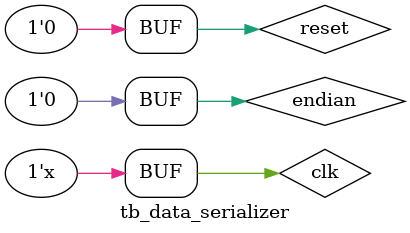
<source format=v>


`timescale 1ns / 1ps
`default_nettype none


module tb_data_serializer();
    localparam RATE    = 10.0;
    
    initial begin
        $dumpfile("tb_data_serializer.vcd");
        $dumpvars(0, tb_data_serializer);
    end
    
    reg     clk = 1'b1;
    always #(RATE/2.0)  clk = ~clk;
    
    reg     reset = 1'b1;
    always #(RATE*100)  reset = 1'b0;
    
    parameter   NUM        = 4;
    parameter   DATA_WIDTH = 4;
    
    wire                                endian = 0;
    
    reg     [NUM*DATA_WIDTH-1:0]        src_data;
    reg                                 src_valid;
    wire                                src_ready;
    
    wire    [DATA_WIDTH-1:0]            port_data;
    wire                                port_valid;
    wire                                port_ready;
    
    wire    [NUM*DATA_WIDTH-1:0]        sink_data;
    wire                                sink_valid;
    reg                                 sink_ready = 1;
    
    always @(posedge clk) begin
        sink_ready <= {$random};
    end
    
    jelly_data_serializer
            #(
                .NUM            (NUM),
                .DATA_WIDTH     (DATA_WIDTH),
                .S_REGS         (0)
            )
        i_data_serializer
            (
                .reset          (reset),
                .clk            (clk),
                .cke            (1),
                
                .endian         (endian),
                
                .s_data         (src_data),
                .s_valid        (src_valid),
                .s_ready        (src_ready),
                
                .m_data         (port_data),
                .m_valid        (port_valid),
                .m_ready        (port_ready)
            );
    
    jelly_data_deserializer
            #(
                .NUM            (NUM),
                .DATA_WIDTH     (DATA_WIDTH)
            )
        i_data_deserializer
            (
                .reset          (reset),
                .clk            (clk),
                .cke            (1),
                
                .endian         (endian),
                
                .s_data         (port_data),
                .s_valid        (port_valid),
                .s_ready        (port_ready),
                
                .m_data         (sink_data),
                .m_valid        (sink_valid),
                .m_ready        (sink_ready)
            );
    
    
    
    always @(posedge clk) begin
        if ( reset ) begin
            src_data  <= 0;
            src_valid <= 0;
        end
        else begin
            if ( src_valid && src_ready ) begin
                src_data <= src_data + 1;
            end
            
            if ( !src_valid || src_ready ) begin
                src_valid <= {$random};
            end
        end
    end
    
    
    reg     [NUM*DATA_WIDTH-1:0]    exp_data;
    always @(posedge clk) begin
        if ( reset ) begin
            exp_data <= 0;
        end
        else begin
            if ( sink_valid && sink_ready ) begin
                if ( sink_data != exp_data ) begin
                    $display("Error!");
                end
    //          $display("%h", sink_data);
                exp_data <= exp_data + 1;
            end
        end
    end
    
    
endmodule


`default_nettype wire


// end of file

</source>
